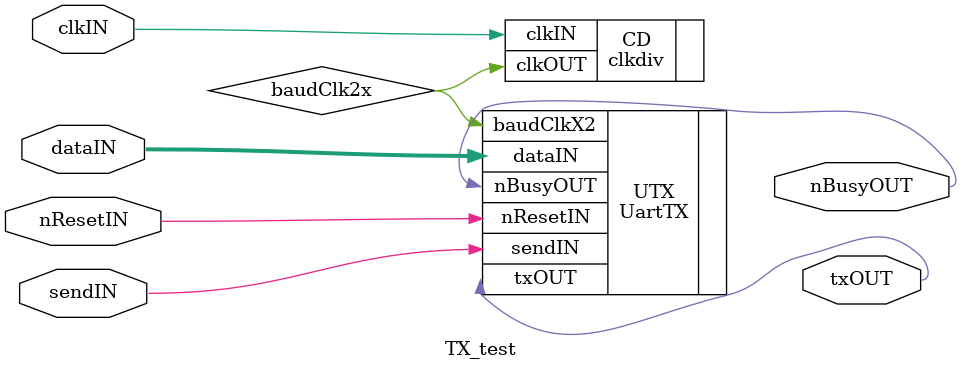
<source format=v>
module TX_test (
	input wire clkIN,
	input wire nResetIN,
	input wire [7:0] dataIN,
	input wire sendIN,
	
	output wire txOUT,
	output wire nBusyOUT
	);

parameter clkFreq  = 48_000_000;
parameter baudRate = 9600;

wire baudClk2x;
defparam CD.clkfreq = clkFreq;
defparam CD.outfreq = baudRate * 2;
clkdiv CD(
              .clkIN           ( clkIN     ), 
              .clkOUT          ( baudClk2x )
);
			 
UartTX UTX(
			  .baudClkX2       ( baudClk2x ), 
			  .nResetIN        ( nResetIN  ), 
			  .dataIN          ( dataIN    ), 
			  .sendIN          ( sendIN    ), 
			  .txOUT           ( txOUT     ), 
			  .nBusyOUT        ( nBusyOUT  )
);

endmodule

</source>
